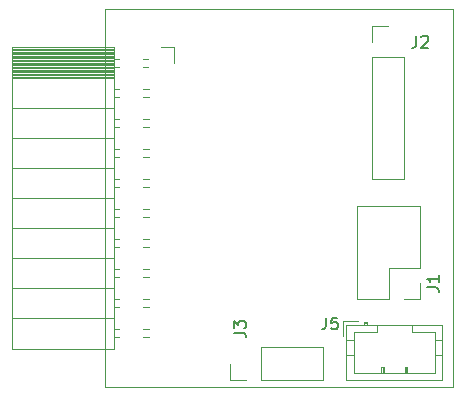
<source format=gbr>
G04 #@! TF.GenerationSoftware,KiCad,Pcbnew,9.0.2*
G04 #@! TF.CreationDate,2025-09-05T09:59:15+02:00*
G04 #@! TF.ProjectId,JtagArm20Adapter,4a746167-4172-46d3-9230-416461707465,rev?*
G04 #@! TF.SameCoordinates,Original*
G04 #@! TF.FileFunction,Legend,Top*
G04 #@! TF.FilePolarity,Positive*
%FSLAX46Y46*%
G04 Gerber Fmt 4.6, Leading zero omitted, Abs format (unit mm)*
G04 Created by KiCad (PCBNEW 9.0.2) date 2025-09-05 09:59:15*
%MOMM*%
%LPD*%
G01*
G04 APERTURE LIST*
%ADD10C,0.150000*%
%ADD11C,0.120000*%
G04 #@! TA.AperFunction,Profile*
%ADD12C,0.050000*%
G04 #@! TD*
G04 APERTURE END LIST*
D10*
X156216666Y-104104819D02*
X156216666Y-104819104D01*
X156216666Y-104819104D02*
X156169047Y-104961961D01*
X156169047Y-104961961D02*
X156073809Y-105057200D01*
X156073809Y-105057200D02*
X155930952Y-105104819D01*
X155930952Y-105104819D02*
X155835714Y-105104819D01*
X157169047Y-104104819D02*
X156692857Y-104104819D01*
X156692857Y-104104819D02*
X156645238Y-104581009D01*
X156645238Y-104581009D02*
X156692857Y-104533390D01*
X156692857Y-104533390D02*
X156788095Y-104485771D01*
X156788095Y-104485771D02*
X157026190Y-104485771D01*
X157026190Y-104485771D02*
X157121428Y-104533390D01*
X157121428Y-104533390D02*
X157169047Y-104581009D01*
X157169047Y-104581009D02*
X157216666Y-104676247D01*
X157216666Y-104676247D02*
X157216666Y-104914342D01*
X157216666Y-104914342D02*
X157169047Y-105009580D01*
X157169047Y-105009580D02*
X157121428Y-105057200D01*
X157121428Y-105057200D02*
X157026190Y-105104819D01*
X157026190Y-105104819D02*
X156788095Y-105104819D01*
X156788095Y-105104819D02*
X156692857Y-105057200D01*
X156692857Y-105057200D02*
X156645238Y-105009580D01*
X148404819Y-105383333D02*
X149119104Y-105383333D01*
X149119104Y-105383333D02*
X149261961Y-105430952D01*
X149261961Y-105430952D02*
X149357200Y-105526190D01*
X149357200Y-105526190D02*
X149404819Y-105669047D01*
X149404819Y-105669047D02*
X149404819Y-105764285D01*
X148404819Y-105002380D02*
X148404819Y-104383333D01*
X148404819Y-104383333D02*
X148785771Y-104716666D01*
X148785771Y-104716666D02*
X148785771Y-104573809D01*
X148785771Y-104573809D02*
X148833390Y-104478571D01*
X148833390Y-104478571D02*
X148881009Y-104430952D01*
X148881009Y-104430952D02*
X148976247Y-104383333D01*
X148976247Y-104383333D02*
X149214342Y-104383333D01*
X149214342Y-104383333D02*
X149309580Y-104430952D01*
X149309580Y-104430952D02*
X149357200Y-104478571D01*
X149357200Y-104478571D02*
X149404819Y-104573809D01*
X149404819Y-104573809D02*
X149404819Y-104859523D01*
X149404819Y-104859523D02*
X149357200Y-104954761D01*
X149357200Y-104954761D02*
X149309580Y-105002380D01*
X164754819Y-101533333D02*
X165469104Y-101533333D01*
X165469104Y-101533333D02*
X165611961Y-101580952D01*
X165611961Y-101580952D02*
X165707200Y-101676190D01*
X165707200Y-101676190D02*
X165754819Y-101819047D01*
X165754819Y-101819047D02*
X165754819Y-101914285D01*
X165754819Y-100533333D02*
X165754819Y-101104761D01*
X165754819Y-100819047D02*
X164754819Y-100819047D01*
X164754819Y-100819047D02*
X164897676Y-100914285D01*
X164897676Y-100914285D02*
X164992914Y-101009523D01*
X164992914Y-101009523D02*
X165040533Y-101104761D01*
X163866666Y-80254819D02*
X163866666Y-80969104D01*
X163866666Y-80969104D02*
X163819047Y-81111961D01*
X163819047Y-81111961D02*
X163723809Y-81207200D01*
X163723809Y-81207200D02*
X163580952Y-81254819D01*
X163580952Y-81254819D02*
X163485714Y-81254819D01*
X164295238Y-80350057D02*
X164342857Y-80302438D01*
X164342857Y-80302438D02*
X164438095Y-80254819D01*
X164438095Y-80254819D02*
X164676190Y-80254819D01*
X164676190Y-80254819D02*
X164771428Y-80302438D01*
X164771428Y-80302438D02*
X164819047Y-80350057D01*
X164819047Y-80350057D02*
X164866666Y-80445295D01*
X164866666Y-80445295D02*
X164866666Y-80540533D01*
X164866666Y-80540533D02*
X164819047Y-80683390D01*
X164819047Y-80683390D02*
X164247619Y-81254819D01*
X164247619Y-81254819D02*
X164866666Y-81254819D01*
D11*
X157640000Y-104390000D02*
X157640000Y-105640000D01*
X157940000Y-104690000D02*
X157940000Y-109410000D01*
X157940000Y-106000000D02*
X158550000Y-106000000D01*
X157940000Y-107300000D02*
X158550000Y-107300000D01*
X157940000Y-109410000D02*
X166060000Y-109410000D01*
X158550000Y-105300000D02*
X158550000Y-108800000D01*
X158550000Y-108800000D02*
X165450000Y-108800000D01*
X158890000Y-104390000D02*
X157640000Y-104390000D01*
X159400000Y-104490000D02*
X159400000Y-104690000D01*
X159700000Y-104490000D02*
X159400000Y-104490000D01*
X159700000Y-104590000D02*
X159400000Y-104590000D01*
X159700000Y-104690000D02*
X159700000Y-104490000D01*
X160500000Y-104690000D02*
X160500000Y-105300000D01*
X160500000Y-105300000D02*
X158550000Y-105300000D01*
X160900000Y-108300000D02*
X161100000Y-108300000D01*
X160900000Y-108800000D02*
X160900000Y-108300000D01*
X161000000Y-108800000D02*
X161000000Y-108300000D01*
X161100000Y-108300000D02*
X161100000Y-108800000D01*
X162900000Y-108300000D02*
X163100000Y-108300000D01*
X162900000Y-108800000D02*
X162900000Y-108300000D01*
X163000000Y-108800000D02*
X163000000Y-108300000D01*
X163100000Y-108300000D02*
X163100000Y-108800000D01*
X163500000Y-105300000D02*
X163500000Y-104690000D01*
X165450000Y-105300000D02*
X163500000Y-105300000D01*
X165450000Y-108800000D02*
X165450000Y-105300000D01*
X166060000Y-104690000D02*
X157940000Y-104690000D01*
X166060000Y-106000000D02*
X165450000Y-106000000D01*
X166060000Y-107300000D02*
X165450000Y-107300000D01*
X166060000Y-109410000D02*
X166060000Y-104690000D01*
X129610000Y-81220000D02*
X129610000Y-106740000D01*
X129610000Y-81220000D02*
X138240000Y-81220000D01*
X129610000Y-81340000D02*
X138240000Y-81340000D01*
X129610000Y-81458095D02*
X138240000Y-81458095D01*
X129610000Y-81576190D02*
X138240000Y-81576190D01*
X129610000Y-81694285D02*
X138240000Y-81694285D01*
X129610000Y-81812380D02*
X138240000Y-81812380D01*
X129610000Y-81930475D02*
X138240000Y-81930475D01*
X129610000Y-82048570D02*
X138240000Y-82048570D01*
X129610000Y-82166665D02*
X138240000Y-82166665D01*
X129610000Y-82284760D02*
X138240000Y-82284760D01*
X129610000Y-82402855D02*
X138240000Y-82402855D01*
X129610000Y-82520950D02*
X138240000Y-82520950D01*
X129610000Y-82639045D02*
X138240000Y-82639045D01*
X129610000Y-82757140D02*
X138240000Y-82757140D01*
X129610000Y-82875235D02*
X138240000Y-82875235D01*
X129610000Y-82993330D02*
X138240000Y-82993330D01*
X129610000Y-83111425D02*
X138240000Y-83111425D01*
X129610000Y-83229520D02*
X138240000Y-83229520D01*
X129610000Y-83347615D02*
X138240000Y-83347615D01*
X129610000Y-83465710D02*
X138240000Y-83465710D01*
X129610000Y-83583805D02*
X138240000Y-83583805D01*
X129610000Y-83701900D02*
X138240000Y-83701900D01*
X129610000Y-83820000D02*
X138240000Y-83820000D01*
X129610000Y-86360000D02*
X138240000Y-86360000D01*
X129610000Y-88900000D02*
X138240000Y-88900000D01*
X129610000Y-91440000D02*
X138240000Y-91440000D01*
X129610000Y-93980000D02*
X138240000Y-93980000D01*
X129610000Y-96520000D02*
X138240000Y-96520000D01*
X129610000Y-99060000D02*
X138240000Y-99060000D01*
X129610000Y-101600000D02*
X138240000Y-101600000D01*
X129610000Y-104140000D02*
X138240000Y-104140000D01*
X129610000Y-106740000D02*
X138240000Y-106740000D01*
X138240000Y-81220000D02*
X138240000Y-106740000D01*
X138240000Y-82190000D02*
X138650000Y-82190000D01*
X138240000Y-82910000D02*
X138650000Y-82910000D01*
X138240000Y-84730000D02*
X138650000Y-84730000D01*
X138240000Y-85450000D02*
X138650000Y-85450000D01*
X138240000Y-87270000D02*
X138650000Y-87270000D01*
X138240000Y-87990000D02*
X138650000Y-87990000D01*
X138240000Y-89810000D02*
X138650000Y-89810000D01*
X138240000Y-90530000D02*
X138650000Y-90530000D01*
X138240000Y-92350000D02*
X138650000Y-92350000D01*
X138240000Y-93070000D02*
X138650000Y-93070000D01*
X138240000Y-94890000D02*
X138650000Y-94890000D01*
X138240000Y-95610000D02*
X138650000Y-95610000D01*
X138240000Y-97430000D02*
X138650000Y-97430000D01*
X138240000Y-98150000D02*
X138650000Y-98150000D01*
X138240000Y-99970000D02*
X138650000Y-99970000D01*
X138240000Y-100690000D02*
X138650000Y-100690000D01*
X138240000Y-102510000D02*
X138650000Y-102510000D01*
X138240000Y-103230000D02*
X138650000Y-103230000D01*
X138240000Y-105050000D02*
X138650000Y-105050000D01*
X138240000Y-105770000D02*
X138650000Y-105770000D01*
X140750000Y-82190000D02*
X141130000Y-82190000D01*
X140750000Y-82910000D02*
X141130000Y-82910000D01*
X140750000Y-84730000D02*
X141190000Y-84730000D01*
X140750000Y-85450000D02*
X141190000Y-85450000D01*
X140750000Y-87270000D02*
X141190000Y-87270000D01*
X140750000Y-87990000D02*
X141190000Y-87990000D01*
X140750000Y-89810000D02*
X141190000Y-89810000D01*
X140750000Y-90530000D02*
X141190000Y-90530000D01*
X140750000Y-92350000D02*
X141190000Y-92350000D01*
X140750000Y-93070000D02*
X141190000Y-93070000D01*
X140750000Y-94890000D02*
X141190000Y-94890000D01*
X140750000Y-95610000D02*
X141190000Y-95610000D01*
X140750000Y-97430000D02*
X141190000Y-97430000D01*
X140750000Y-98150000D02*
X141190000Y-98150000D01*
X140750000Y-99970000D02*
X141190000Y-99970000D01*
X140750000Y-100690000D02*
X141190000Y-100690000D01*
X140750000Y-102510000D02*
X141190000Y-102510000D01*
X140750000Y-103230000D02*
X141190000Y-103230000D01*
X140750000Y-105050000D02*
X141190000Y-105050000D01*
X140750000Y-105770000D02*
X141190000Y-105770000D01*
X142240000Y-81220000D02*
X143350000Y-81220000D01*
X143350000Y-81220000D02*
X143350000Y-82550000D01*
X148080000Y-109380000D02*
X148080000Y-108000000D01*
X149460000Y-109380000D02*
X148080000Y-109380000D01*
X150730000Y-106620000D02*
X155920000Y-106620000D01*
X150730000Y-109380000D02*
X150730000Y-106620000D01*
X150730000Y-109380000D02*
X155920000Y-109380000D01*
X155920000Y-109380000D02*
X155920000Y-106620000D01*
X158880000Y-102530000D02*
X158880000Y-94690000D01*
X161530000Y-99880000D02*
X161530000Y-102530000D01*
X161530000Y-102530000D02*
X158880000Y-102530000D01*
X164180000Y-94690000D02*
X158880000Y-94690000D01*
X164180000Y-99880000D02*
X161530000Y-99880000D01*
X164180000Y-99880000D02*
X164180000Y-94690000D01*
X164180000Y-101150000D02*
X164180000Y-102530000D01*
X164180000Y-102530000D02*
X162800000Y-102530000D01*
X160070000Y-79420000D02*
X161450000Y-79420000D01*
X160070000Y-80800000D02*
X160070000Y-79420000D01*
X160070000Y-82070000D02*
X160070000Y-92340000D01*
X160070000Y-82070000D02*
X162830000Y-82070000D01*
X160070000Y-92340000D02*
X162830000Y-92340000D01*
X162830000Y-82070000D02*
X162830000Y-92340000D01*
D12*
X137500000Y-78000000D02*
X167000000Y-78000000D01*
X167000000Y-110000000D01*
X137500000Y-110000000D01*
X137500000Y-78000000D01*
M02*

</source>
